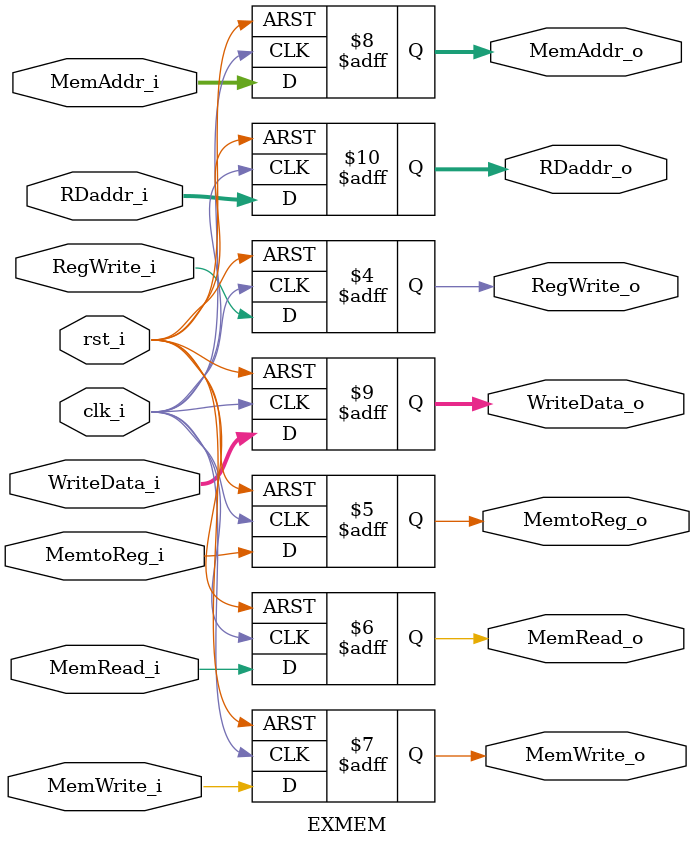
<source format=v>
module EXMEM
(
    rst_i,
    clk_i,
    RegWrite_i,
    MemtoReg_i,
    MemRead_i,
    MemWrite_i,
    MemAddr_i,
    WriteData_i,
    RDaddr_i,
    RegWrite_o,
    MemtoReg_o,
    MemRead_o,
    MemWrite_o,
    MemAddr_o,
    WriteData_o,
    RDaddr_o
);

    input    rst_i;
    input    clk_i;
    input    RegWrite_i;
    input    MemtoReg_i;
    input    MemRead_i;
    input    MemWrite_i;
    input [31:0]  MemAddr_i;
    input [31:0]  WriteData_i;
    input [4:0]   RDaddr_i;
    output reg    RegWrite_o;
    output reg    MemtoReg_o;
    output reg    MemRead_o;
    output reg    MemWrite_o;
    output reg [31:0]  MemAddr_o;
    output reg [31:0]  WriteData_o;
    output reg [4:0]   RDaddr_o;

    initial begin
        RegWrite_o = 1'b0;
        MemtoReg_o = 1'b0;
        MemRead_o = 1'b0;
        MemWrite_o = 1'b0;
        MemAddr_o = 32'b0;
        WriteData_o = 32'b0;
        RDaddr_o = 5'b0;
    end

    always@(posedge clk_i or negedge rst_i) begin
        if (~rst_i) begin
            RegWrite_o <= 1'b0;
            MemtoReg_o <= 1'b0;
            MemRead_o <= 1'b0;
            MemWrite_o <= 1'b0;
            MemAddr_o <= 32'b0;
            WriteData_o <= 32'b0;
            RDaddr_o <= 5'b0;
        end else begin
            RegWrite_o <= RegWrite_i;
            MemtoReg_o <= MemtoReg_i;
            MemRead_o <= MemRead_i;
            MemWrite_o <= MemWrite_i;
            MemAddr_o <= MemAddr_i;
            WriteData_o <= WriteData_i;
            RDaddr_o <= RDaddr_i;
        end
    end

endmodule
</source>
